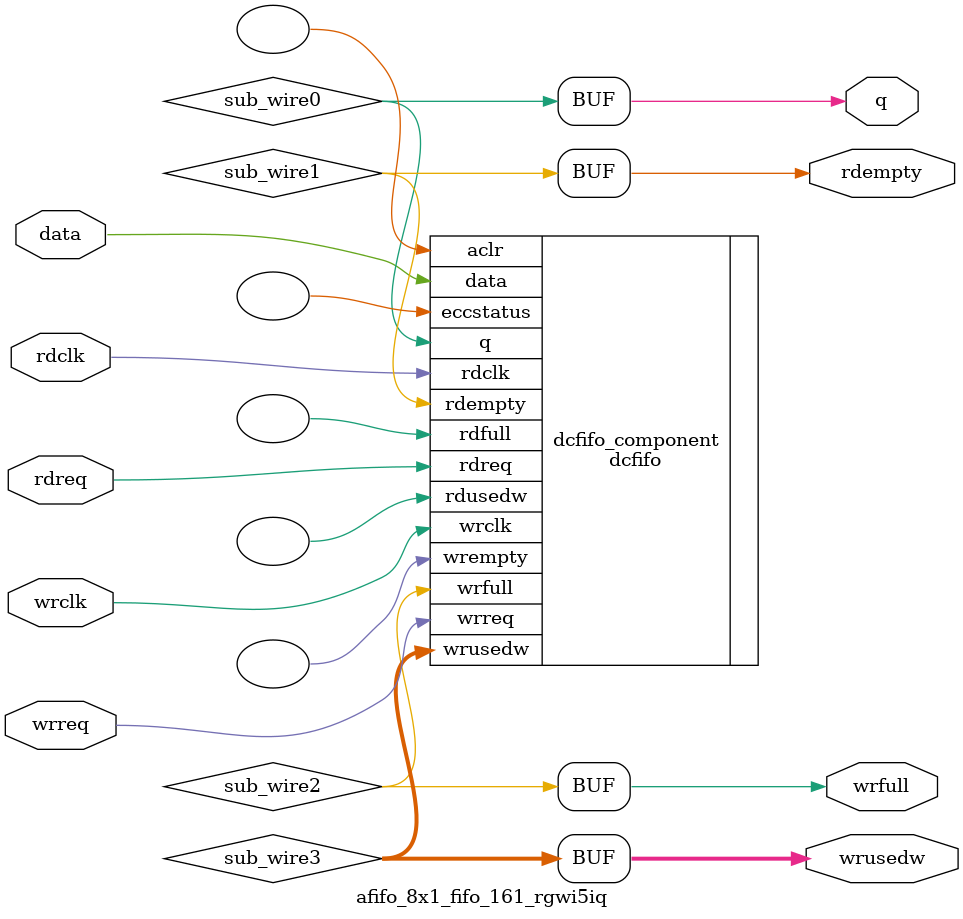
<source format=v>



`timescale 1 ps / 1 ps
// synopsys translate_on
module  afifo_8x1_fifo_161_rgwi5iq  (
    data,
    rdclk,
    rdreq,
    wrclk,
    wrreq,
    q,
    rdempty,
    wrfull,
    wrusedw);

    input  [0:0]  data;
    input    rdclk;
    input    rdreq;
    input    wrclk;
    input    wrreq;
    output [0:0]  q;
    output   rdempty;
    output   wrfull;
    output [2:0]  wrusedw;

    wire [0:0] sub_wire0;
    wire  sub_wire1;
    wire  sub_wire2;
    wire [2:0] sub_wire3;
    wire [0:0] q = sub_wire0[0:0];
    wire  rdempty = sub_wire1;
    wire  wrfull = sub_wire2;
    wire [2:0] wrusedw = sub_wire3[2:0];

    dcfifo  dcfifo_component (
                .data (data),
                .rdclk (rdclk),
                .rdreq (rdreq),
                .wrclk (wrclk),
                .wrreq (wrreq),
                .q (sub_wire0),
                .rdempty (sub_wire1),
                .wrfull (sub_wire2),
                .wrusedw (sub_wire3),
                .aclr (),
                .eccstatus (),
                .rdfull (),
                .rdusedw (),
                .wrempty ());
    defparam
        dcfifo_component.enable_ecc  = "FALSE",
        dcfifo_component.intended_device_family  = "Arria 10",
        dcfifo_component.lpm_hint  = "DISABLE_DCFIFO_EMBEDDED_TIMING_CONSTRAINT=TRUE",
        dcfifo_component.lpm_numwords  = 8,
        dcfifo_component.lpm_showahead  = "OFF",
        dcfifo_component.lpm_type  = "dcfifo",
        dcfifo_component.lpm_width  = 1,
        dcfifo_component.lpm_widthu  = 3,
        dcfifo_component.overflow_checking  = "ON",
        dcfifo_component.rdsync_delaypipe  = 4,
        dcfifo_component.underflow_checking  = "ON",
        dcfifo_component.use_eab  = "ON",
        dcfifo_component.wrsync_delaypipe  = 4;


endmodule



</source>
